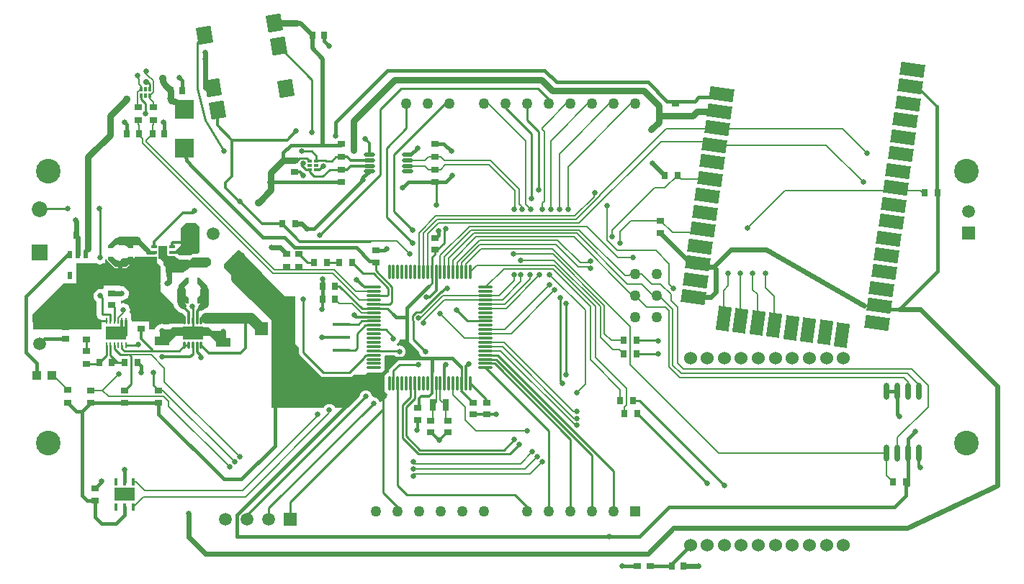
<source format=gtl>
%FSLAX44Y44*%
%MOMM*%
G71*
G01*
G75*
G04 Layer_Physical_Order=1*
G04 Layer_Color=255*
%ADD10C,0.7620*%
%ADD11R,0.3000X0.4900*%
%ADD12R,0.3000X0.5200*%
%ADD13R,0.4900X0.3000*%
%ADD14R,0.5200X0.3000*%
%ADD15R,0.7000X0.9000*%
%ADD16R,1.7000X1.1000*%
%ADD17R,0.2500X0.7000*%
%ADD18R,2.3800X1.6500*%
%ADD19O,1.7500X0.3000*%
%ADD20O,0.3000X1.7500*%
G04:AMPARAMS|DCode=21|XSize=1.524mm|YSize=2.8448mm|CornerRadius=0mm|HoleSize=0mm|Usage=FLASHONLY|Rotation=82.000|XOffset=0mm|YOffset=0mm|HoleType=Round|Shape=Rectangle|*
%AMROTATEDRECTD21*
4,1,4,1.3025,-0.9525,-1.5146,-0.5566,-1.3025,0.9525,1.5146,0.5566,1.3025,-0.9525,0.0*
%
%ADD21ROTATEDRECTD21*%

G04:AMPARAMS|DCode=22|XSize=1.524mm|YSize=2.8448mm|CornerRadius=0mm|HoleSize=0mm|Usage=FLASHONLY|Rotation=352.000|XOffset=0mm|YOffset=0mm|HoleType=Round|Shape=Rectangle|*
%AMROTATEDRECTD22*
4,1,4,-0.9525,-1.3025,-0.5566,1.5146,0.9525,1.3025,0.5566,-1.5146,-0.9525,-1.3025,0.0*
%
%ADD22ROTATEDRECTD22*%

%ADD23R,2.0000X0.4000*%
%ADD24O,1.3500X0.4500*%
%ADD25O,0.7000X2.0000*%
%ADD26R,0.8500X0.7000*%
%ADD27R,0.9000X0.8000*%
%ADD28R,0.4500X0.8500*%
%ADD29R,2.4000X1.5000*%
%ADD30R,0.7000X0.3000*%
%ADD31R,1.0000X1.6000*%
%ADD32O,0.2800X0.8500*%
%ADD33R,2.4000X1.6500*%
%ADD34C,0.4000*%
%ADD35R,0.9000X0.7000*%
%ADD36R,0.5500X0.9500*%
%ADD37R,0.7000X1.4000*%
%ADD38R,1.0000X1.0000*%
%ADD39R,0.8000X0.9000*%
%ADD40R,2.3000X2.3000*%
G04:AMPARAMS|DCode=41|XSize=2mm|YSize=1.75mm|CornerRadius=0mm|HoleSize=0mm|Usage=FLASHONLY|Rotation=279.640|XOffset=0mm|YOffset=0mm|HoleType=Round|Shape=Rectangle|*
%AMROTATEDRECTD41*
4,1,4,-1.0301,0.8394,0.6952,1.1324,1.0301,-0.8394,-0.6952,-1.1324,-1.0301,0.8394,0.0*
%
%ADD41ROTATEDRECTD41*%

%ADD42C,0.1905*%
%ADD43C,0.4064*%
%ADD44C,0.2032*%
%ADD45C,0.6096*%
%ADD46C,0.3048*%
%ADD47C,0.2540*%
%ADD48C,1.0160*%
%ADD49C,0.5080*%
%ADD50C,1.2700*%
%ADD51C,0.3556*%
%ADD52R,0.7000X0.2800*%
%ADD53C,2.9000*%
%ADD54C,1.5000*%
%ADD55R,1.5000X1.5000*%
%ADD56R,1.5000X1.5000*%
%ADD57C,1.5240*%
%ADD58C,1.2700*%
%ADD59R,1.2700X1.2700*%
%ADD60R,1.8500X1.8500*%
%ADD61C,1.8500*%
%ADD62C,0.6350*%
%ADD63C,0.5000*%
%ADD64C,0.9000*%
%ADD65C,0.7000*%
G36*
X-365000Y34576D02*
D01*
X-361798Y34575D01*
X-361800Y34576D01*
X-361797Y34575D01*
X-361798D01*
X-361797Y34575D01*
X-352996Y25772D01*
X-352997Y25775D01*
X-352996Y25772D01*
X-352996D01*
X-352996Y25772D01*
Y25772D01*
X-352996Y25772D01*
X-352997Y13370D01*
X-352997Y13369D01*
X-361800Y4568D01*
X-361800Y4568D01*
X-365004Y4572D01*
X-365000Y4568D01*
X-365000D01*
X-365003Y4569D01*
X-365004Y4572D01*
X-365004D01*
D01*
X-365002Y10907D01*
X-365004Y10912D01*
X-365003Y10915D01*
X-365002Y10915D01*
Y10914D01*
X-365002Y10915D01*
X-365002Y10914D01*
Y10907D01*
X-364980Y10873D01*
X-364979Y10873D01*
X-365002Y10914D01*
Y10914D01*
X-364958Y10841D01*
X-362871Y12443D01*
X-361268Y14531D01*
X-360261Y16962D01*
X-359918Y19572D01*
X-360261Y22181D01*
X-361268Y24613D01*
X-362871Y26701D01*
X-364958Y28303D01*
X-364990Y28253D01*
X-364990Y28253D01*
X-365002Y28229D01*
X-365002Y28229D01*
X-365003Y28229D01*
X-365004Y28232D01*
X-365002Y28229D01*
X-365002Y28229D01*
X-365004Y28232D01*
X-365000Y34576D01*
X-365004Y34572D01*
X-365003Y34575D01*
X-365000Y34576D01*
Y34576D01*
D02*
G37*
G36*
X-374997Y34575D02*
X-374996Y34572D01*
X-374996D01*
D01*
X-374999Y28236D01*
X-375036Y28296D01*
X-375037Y28295D01*
X-374999Y28229D01*
Y28236D01*
X-374996Y28232D01*
Y28232D01*
X-374997Y28229D01*
X-374999Y28229D01*
Y28229D01*
X-374998Y28229D01*
X-374999Y28229D01*
D01*
X-375042Y28303D01*
X-377129Y26701D01*
X-378732Y24613D01*
X-379739Y22181D01*
X-380083Y19572D01*
X-379739Y16962D01*
X-378732Y14531D01*
X-377129Y12443D01*
X-375042Y10841D01*
X-375021Y10873D01*
X-375021Y10873D01*
X-374998Y10915D01*
X-374996Y10912D01*
X-375000Y4568D01*
X-374996Y4572D01*
X-374997Y4569D01*
X-375000Y4568D01*
Y4568D01*
D01*
X-378202Y4569D01*
X-378200Y4568D01*
X-378203Y4569D01*
X-378202D01*
X-378203Y4569D01*
X-387004Y13372D01*
X-387003Y13369D01*
X-387005Y13372D01*
X-387005Y13372D01*
X-387004Y13372D01*
X-387003Y25774D01*
X-387004Y25772D01*
X-387003Y25775D01*
Y25774D01*
X-387003Y25775D01*
X-378200Y34576D01*
X-378203Y34575D01*
X-378200Y34576D01*
X-378200Y34576D01*
X-378200Y34576D01*
X-374996Y34572D01*
X-375000Y34576D01*
X-374997Y34575D01*
D02*
G37*
G36*
X-398526Y60233D02*
X-391414D01*
X-386080Y55936D01*
X-374650D01*
X-374142Y55527D01*
X-370840Y58187D01*
X-351028D01*
X-350012Y57369D01*
X-348234Y55936D01*
Y50412D01*
X-353314Y46320D01*
X-373888D01*
X-376428Y44274D01*
X-381254Y40386D01*
X-402082D01*
Y47547D01*
X-404622Y49593D01*
Y50821D01*
Y53686D01*
X-409168Y57347D01*
Y58618D01*
X-408940Y58801D01*
X-405892D01*
X-401320Y62484D01*
X-398526Y60233D01*
D02*
G37*
G36*
X-439997Y59575D02*
X-439996Y59572D01*
X-439996D01*
X-440000Y59576D01*
X-439997Y59575D01*
D02*
G37*
G36*
X-412242Y52578D02*
X-408178Y48514D01*
Y44196D01*
Y29192D01*
X-408376Y27686D01*
X-408178Y26180D01*
Y18288D01*
X-392717Y2827D01*
X-392631Y2173D01*
X-391735Y11D01*
X-390311Y-1847D01*
X-387594Y-4563D01*
X-385737Y-5987D01*
X-383636Y-6858D01*
X-382778D01*
X-378714Y-10922D01*
X-381000Y-13208D01*
Y-19812D01*
X-396494D01*
X-397097Y-19209D01*
X-397613Y-19422D01*
X-398882Y-20396D01*
X-403042D01*
X-404245Y-19898D01*
X-406400Y-19614D01*
X-408555Y-19898D01*
X-410563Y-20729D01*
X-412288Y-22053D01*
X-413611Y-23777D01*
X-414443Y-25785D01*
X-414526Y-26416D01*
X-421204D01*
Y-17708D01*
X-421640Y-17272D01*
Y-16700D01*
X-440364D01*
Y-16700D01*
X-441817D01*
X-442089Y-16428D01*
X-442316Y-14704D01*
X-442420Y-14453D01*
Y-7848D01*
X-442677D01*
X-444088Y-5736D01*
X-444077Y-5711D01*
X-443794Y-3556D01*
X-444077Y-1401D01*
X-444909Y607D01*
X-446232Y2332D01*
X-447957Y3655D01*
X-449965Y4487D01*
X-452120Y4770D01*
X-453510Y4587D01*
X-453977Y4996D01*
Y7536D01*
X-453510Y7946D01*
X-453390Y7930D01*
X-451235Y8213D01*
X-449227Y9045D01*
X-447503Y10368D01*
X-446179Y12093D01*
X-445348Y14101D01*
X-445064Y16256D01*
X-445348Y18411D01*
X-446179Y20419D01*
X-447503Y22143D01*
X-449227Y23467D01*
X-451235Y24299D01*
X-453390Y24582D01*
X-453752Y24534D01*
X-455420Y24754D01*
Y25652D01*
X-474580D01*
Y22947D01*
X-476490Y21273D01*
X-478536Y21542D01*
X-480691Y21258D01*
X-482699Y20427D01*
X-484424Y19103D01*
X-485747Y17379D01*
X-486579Y15371D01*
X-486862Y13216D01*
X-486579Y11061D01*
X-485747Y9053D01*
X-484424Y7329D01*
X-483224Y6408D01*
Y-8678D01*
X-482732Y-11156D01*
X-481328Y-13256D01*
X-479228Y-14660D01*
X-476980Y-15107D01*
Y-17098D01*
X-476980D01*
Y-26416D01*
X-557276D01*
X-558546Y-8890D01*
X-521914Y27742D01*
X-506670D01*
Y47402D01*
X-506730D01*
Y51308D01*
X-483086D01*
X-481453Y50631D01*
X-479298Y50348D01*
X-477143Y50631D01*
X-475510Y51308D01*
X-472948D01*
Y56179D01*
X-471892Y56884D01*
X-471653Y56785D01*
X-471653Y56374D01*
X-471653Y56373D01*
X-471654Y56372D01*
X-471561Y56147D01*
X-471586Y55907D01*
X-471586Y55906D01*
X-471580Y55898D01*
X-471581Y55889D01*
X-471580Y55886D01*
X-471531Y55826D01*
X-471531Y55748D01*
X-471530Y55745D01*
X-471297Y55509D01*
X-471172Y55207D01*
X-471171Y55207D01*
X-471171Y55205D01*
X-471170Y55205D01*
X-462370Y46403D01*
X-462369Y46403D01*
X-462135Y46306D01*
X-461975Y46111D01*
X-461974Y46111D01*
X-461973Y46111D01*
X-461973Y46110D01*
X-461970Y46109D01*
X-461887Y46101D01*
X-461827Y46042D01*
X-461824Y46041D01*
X-461500Y46042D01*
X-461203Y45919D01*
X-461203D01*
X-448802Y45919D01*
X-448800Y45918D01*
X-448766Y45932D01*
X-448731Y45919D01*
X-448466Y46042D01*
X-448176Y46041D01*
X-448173Y46042D01*
X-448119Y46096D01*
X-448042Y46102D01*
X-448039Y46104D01*
X-447872Y46302D01*
X-447634Y46401D01*
Y46401D01*
D01*
X-447634Y46401D01*
D01*
D01*
X-447633Y46402D01*
Y46402D01*
X-438831Y55202D01*
X-438831Y55203D01*
X-438734Y55437D01*
X-438540Y55598D01*
X-438539Y55598D01*
X-438539Y55599D01*
X-438539Y55599D01*
X-438537Y55602D01*
X-438530Y55685D01*
X-438470Y55745D01*
X-438469Y55748D01*
X-438470Y56072D01*
X-438348Y56369D01*
Y56369D01*
X-438347Y59436D01*
X-412242D01*
Y52578D01*
D02*
G37*
G36*
X-115769Y-40181D02*
X-114590Y-41946D01*
X-103762Y-52773D01*
X-103573Y-54214D01*
X-102843Y-55975D01*
X-101683Y-57487D01*
X-100171Y-58647D01*
X-99542Y-58908D01*
X-99471Y-59252D01*
X-99987Y-59924D01*
X-101385Y-61080D01*
X-102758Y-60511D01*
X-104648Y-60263D01*
X-106538Y-60511D01*
X-108299Y-61241D01*
X-109452Y-62126D01*
X-126572D01*
X-126738Y-59591D01*
X-125110Y-59377D01*
X-123349Y-58647D01*
X-121837Y-57487D01*
X-120677Y-55975D01*
X-119947Y-54214D01*
X-119699Y-52324D01*
X-119947Y-50434D01*
X-120677Y-48673D01*
X-121837Y-47161D01*
X-123349Y-46001D01*
X-125110Y-45271D01*
X-127000Y-45023D01*
X-128854Y-45267D01*
X-129826Y-42920D01*
X-128949Y-42247D01*
X-127789Y-40735D01*
X-127059Y-38974D01*
X-126987Y-38426D01*
X-116118D01*
X-115769Y-40181D01*
D02*
G37*
G36*
X-261824Y12373D02*
X-249588D01*
Y-42552D01*
X-249089Y-43068D01*
X-245215Y-47068D01*
Y-53340D01*
X-244801Y-55421D01*
X-243622Y-57186D01*
X-220254Y-80554D01*
X-218489Y-81733D01*
X-216408Y-82147D01*
X-185928D01*
X-183847Y-81733D01*
X-182083Y-80554D01*
X-180697Y-79169D01*
X-167431D01*
X-165227Y-76892D01*
X-164440Y-77049D01*
X-149940D01*
X-147769Y-76617D01*
X-145929Y-75388D01*
X-144699Y-73547D01*
X-144267Y-71376D01*
X-144699Y-69205D01*
X-144919Y-68876D01*
X-144699Y-68547D01*
X-144267Y-66376D01*
X-144699Y-64205D01*
X-144919Y-63876D01*
X-144699Y-63547D01*
X-144267Y-61376D01*
X-144699Y-59205D01*
X-144799Y-59055D01*
X-143602Y-56814D01*
X-132679D01*
X-132163Y-57487D01*
X-130651Y-58647D01*
X-128890Y-59377D01*
X-127167Y-59604D01*
X-127084Y-62142D01*
X-129081Y-62540D01*
X-130846Y-63719D01*
X-137786Y-70658D01*
X-138965Y-72423D01*
X-139379Y-74504D01*
Y-76790D01*
X-141111Y-77135D01*
X-142951Y-78365D01*
X-144181Y-80205D01*
X-144613Y-82376D01*
Y-96876D01*
X-144181Y-99047D01*
X-142951Y-100887D01*
X-141152Y-102090D01*
X-141136Y-102241D01*
X-141796Y-105559D01*
X-147011Y-110944D01*
X-150427Y-111394D01*
X-151157Y-109633D01*
X-152317Y-108121D01*
X-153829Y-106961D01*
X-155590Y-106231D01*
X-157480Y-105983D01*
X-159323Y-105156D01*
X-159323Y-105156D01*
Y-105156D01*
X-159323D01*
D01*
X-159571Y-103266D01*
X-160301Y-101505D01*
X-161461Y-99993D01*
X-162973Y-98833D01*
X-164734Y-98103D01*
X-166624Y-97855D01*
X-168514Y-98103D01*
X-170275Y-98833D01*
X-171787Y-99993D01*
X-172947Y-101505D01*
X-173677Y-103266D01*
X-173866Y-104707D01*
X-187523Y-118364D01*
X-202723D01*
X-202973Y-117761D01*
X-204133Y-116249D01*
X-205645Y-115089D01*
X-207406Y-114359D01*
X-209296Y-114111D01*
X-211186Y-114359D01*
X-212947Y-115089D01*
X-214459Y-116249D01*
X-215619Y-117761D01*
X-215869Y-118364D01*
X-277307D01*
Y-9545D01*
X-301779Y15726D01*
X-332994Y45638D01*
Y50279D01*
X-317034Y66761D01*
X-314494D01*
X-261824Y12373D01*
D02*
G37*
G36*
X-361800Y4568D02*
X-361800Y4568D01*
X-361797Y4569D01*
X-361800Y4568D01*
D02*
G37*
G36*
X-352997Y13369D02*
Y13370D01*
X-352996Y13372D01*
X-352997Y13369D01*
D02*
G37*
G36*
X-374997Y10915D02*
X-374996Y10912D01*
Y10912D01*
X-374998Y10915D01*
X-374998Y10915D01*
X-374999Y10915D01*
X-374997Y10915D01*
D02*
G37*
G36*
X-446343Y59574D02*
X-446343Y59574D01*
X-446340Y59576D01*
X-439996Y59572D01*
D01*
X-439997Y56370D01*
X-439996Y56372D01*
X-439997Y56369D01*
Y56370D01*
X-439997Y56369D01*
X-448800Y47568D01*
X-448797Y47569D01*
X-448800Y47568D01*
X-448800Y47568D01*
X-448800Y47568D01*
X-461202Y47569D01*
X-461200Y47568D01*
X-461203Y47569D01*
X-461202D01*
X-461203Y47569D01*
X-470004Y56371D01*
X-470003Y56369D01*
X-470004Y56372D01*
X-470004Y56371D01*
X-470004Y56372D01*
X-470000Y59576D01*
X-470004Y59572D01*
X-470003Y59575D01*
X-470000Y59576D01*
Y59576D01*
D01*
X-463664Y59573D01*
X-463660Y59576D01*
X-463660D01*
X-463657Y59575D01*
X-463657Y59573D01*
X-463658D01*
X-463731Y59530D01*
X-462129Y57443D01*
X-460041Y55840D01*
X-457610Y54833D01*
X-455000Y54489D01*
X-452391Y54833D01*
X-449959Y55840D01*
X-447871Y57443D01*
X-446269Y59530D01*
X-446301Y59551D01*
X-446301Y59551D01*
X-446343Y59574D01*
X-446343Y59573D01*
X-446343Y59575D01*
X-446340Y59576D01*
X-446340D01*
X-446343Y59574D01*
D02*
G37*
G36*
X-470003Y72774D02*
X-470004Y72772D01*
X-470003Y72775D01*
Y72774D01*
D02*
G37*
G36*
X-461200Y81576D02*
X-448798Y81575D01*
X-448797Y81575D01*
X-439996Y72772D01*
X-439996Y72772D01*
X-440000Y69568D01*
D01*
X-446336Y69570D01*
X-446301Y69592D01*
X-446301Y69593D01*
X-446342Y69570D01*
X-446342D01*
X-446343Y69570D01*
X-446342Y69570D01*
X-446336D01*
X-446340Y69568D01*
X-446343Y69569D01*
X-446343Y69570D01*
X-446342D01*
X-446269Y69614D01*
X-447871Y71701D01*
X-449959Y73304D01*
X-452391Y74311D01*
X-455000Y74654D01*
X-457610Y74311D01*
X-460041Y73304D01*
X-462129Y71701D01*
X-463731Y69614D01*
X-463681Y69582D01*
X-463681Y69582D01*
X-463657Y69570D01*
X-463660Y69568D01*
X-470004Y69572D01*
D01*
X-470003Y72774D01*
X-470003Y72775D01*
X-461200Y81576D01*
X-461203Y81575D01*
X-461200Y81576D01*
X-461200Y81576D01*
D02*
G37*
G36*
X-439996Y72772D02*
X-439996Y72772D01*
X-439997Y72775D01*
X-439996Y72772D01*
D02*
G37*
G36*
X-461200Y81576D02*
X-461200D01*
Y81576D01*
X-461200Y81576D01*
D02*
G37*
G36*
X-448797Y81575D02*
X-448798D01*
X-448800Y81576D01*
X-448797Y81575D01*
D02*
G37*
G36*
X-463657Y69569D02*
X-463660Y69568D01*
X-463657Y69570D01*
X-463657Y69570D01*
X-463657Y69570D01*
X-463657Y69569D01*
D02*
G37*
G36*
X-362204Y94488D02*
Y65278D01*
X-364490Y62992D01*
X-370078D01*
X-372364Y60706D01*
X-385826D01*
X-388112Y62992D01*
X-397256D01*
X-397438Y65362D01*
X-396576Y66294D01*
X-391160D01*
X-384302Y73152D01*
Y73914D01*
Y93218D01*
X-384048Y93472D01*
X-378206Y99314D01*
X-367030D01*
X-362204Y94488D01*
D02*
G37*
G36*
X-439996Y69572D02*
X-439997Y69569D01*
X-440000Y69568D01*
Y69568D01*
X-439996Y69572D01*
Y69572D01*
D02*
G37*
G36*
X-470004Y69572D02*
X-470000Y69568D01*
X-470003Y69569D01*
X-470004Y69572D01*
X-470004D01*
D02*
G37*
%LPC*%
G36*
X-463657Y59574D02*
X-463658Y59573D01*
X-463664D01*
X-463724Y59536D01*
X-463723Y59535D01*
X-463658Y59573D01*
D01*
X-463657Y59574D01*
D02*
G37*
%LPD*%
D10*
X-386465Y238964D02*
G03*
X-395000Y242500I-8536J-8536D01*
G01*
X-396276Y245581D02*
G03*
X-395000Y242500I4357J0D01*
G01*
X-405356Y269268D02*
G03*
X-401764Y260596I12264J0D01*
G01*
X-451792Y54572D02*
X-419000D01*
X-321056Y33020D02*
Y58420D01*
Y33020D02*
X-264200Y-23836D01*
Y-25428D02*
Y-23836D01*
X-278130Y158496D02*
X-263510Y173116D01*
X-249936D01*
X-383970Y4494D02*
X-381254Y1778D01*
X-292862Y123190D02*
X-278130Y137922D01*
Y147072D01*
Y158496D01*
X-493000Y68794D02*
Y84572D01*
X-360172Y-165D02*
X-356538Y3469D01*
X40000Y267500D02*
X52500Y255000D01*
X168656Y208788D02*
X177740Y217872D01*
X178240Y225500D02*
X197500D01*
X177740Y225000D02*
X178240Y225500D01*
X177740Y217872D02*
Y225000D01*
Y237260D01*
X197500Y225500D02*
X218000D01*
X223017Y230517D01*
X249079D01*
X52500Y255000D02*
X160000D01*
X177740Y237260D01*
X-132500Y267500D02*
X40000D01*
X-493000Y84572D02*
Y177000D01*
X-467500Y202500D01*
Y225412D01*
X-448028Y244884D01*
X-386464Y238964D02*
X-380000Y232500D01*
X-401764Y260596D02*
X-396276Y255108D01*
Y245581D02*
Y255108D01*
X-273934Y334480D02*
X-247500D01*
X-180848Y184658D02*
Y219152D01*
X-132500Y267500D01*
X-321056Y58420D02*
X-320136Y57500D01*
X-312500D01*
D11*
X-430676Y249162D02*
D03*
Y256862D02*
D03*
X-420676Y249162D02*
D03*
X-425676D02*
D03*
Y256862D02*
D03*
D12*
X-420676D02*
D03*
D13*
X-224750Y162132D02*
D03*
X-232450D02*
D03*
X-224750Y172132D02*
D03*
Y167132D02*
D03*
X-232450D02*
D03*
D14*
Y172132D02*
D03*
D15*
X-450000Y-65428D02*
D03*
X-435000D02*
D03*
X200000Y155000D02*
D03*
X185000D02*
D03*
X-480000Y-65428D02*
D03*
X-465000D02*
D03*
X490340Y134620D02*
D03*
X505340D02*
D03*
X468628Y-205740D02*
D03*
X453628D02*
D03*
X151772Y-39116D02*
D03*
X136772D02*
D03*
X151772Y-55372D02*
D03*
X136772D02*
D03*
X132708Y-110236D02*
D03*
X147708D02*
D03*
X137788Y-125476D02*
D03*
X152788D02*
D03*
X-197500Y52500D02*
D03*
X-182500D02*
D03*
X-212500D02*
D03*
X-227500D02*
D03*
X-264548Y98044D02*
D03*
X-249548D02*
D03*
D16*
X-334264Y-14440D02*
D03*
Y-41440D02*
D03*
X-406400Y-12408D02*
D03*
Y-39408D02*
D03*
D17*
X-448750Y-16428D02*
D03*
X-453250D02*
D03*
X-457750D02*
D03*
X-462250D02*
D03*
X-448750Y-44428D02*
D03*
X-453250D02*
D03*
X-457750D02*
D03*
X-462250D02*
D03*
X-466750Y-16428D02*
D03*
X-471250D02*
D03*
X-466750Y-44428D02*
D03*
X-471250D02*
D03*
D18*
X-460000Y-30428D02*
D03*
D19*
X-25690Y18624D02*
D03*
Y23624D02*
D03*
Y3624D02*
D03*
Y13624D02*
D03*
Y8624D02*
D03*
Y-21376D02*
D03*
Y-16376D02*
D03*
Y-26376D02*
D03*
Y-6376D02*
D03*
Y-1376D02*
D03*
Y-11376D02*
D03*
Y-31376D02*
D03*
Y-41376D02*
D03*
Y-36376D02*
D03*
Y-66376D02*
D03*
Y-61376D02*
D03*
Y-71376D02*
D03*
Y-51376D02*
D03*
Y-46376D02*
D03*
Y-56376D02*
D03*
X-157190Y23624D02*
D03*
Y-6376D02*
D03*
Y-1376D02*
D03*
Y-11376D02*
D03*
Y13624D02*
D03*
Y3624D02*
D03*
Y-36376D02*
D03*
Y-31376D02*
D03*
Y-41376D02*
D03*
Y-21376D02*
D03*
Y-16376D02*
D03*
Y-26376D02*
D03*
Y-56376D02*
D03*
Y-51376D02*
D03*
Y-46376D02*
D03*
Y-66376D02*
D03*
Y-61376D02*
D03*
Y-71376D02*
D03*
Y18624D02*
D03*
Y8624D02*
D03*
D20*
X-43940Y41874D02*
D03*
X-48940D02*
D03*
X-58940D02*
D03*
X-63940D02*
D03*
X-53940D02*
D03*
X-73940D02*
D03*
X-78940D02*
D03*
X-68940D02*
D03*
X-83940D02*
D03*
X-88940D02*
D03*
X-93940D02*
D03*
X-98940D02*
D03*
X-78940Y-89626D02*
D03*
X-83940D02*
D03*
X-73940D02*
D03*
X-93940D02*
D03*
X-98940D02*
D03*
X-88940D02*
D03*
X-48940D02*
D03*
X-53940D02*
D03*
X-43940D02*
D03*
X-63940D02*
D03*
X-68940D02*
D03*
X-58940D02*
D03*
X-113940Y41874D02*
D03*
X-118940D02*
D03*
X-103940D02*
D03*
X-108940D02*
D03*
X-138940D02*
D03*
X-123940D02*
D03*
X-128940D02*
D03*
X-133940D02*
D03*
X-108940Y-89626D02*
D03*
X-113940D02*
D03*
X-103940D02*
D03*
X-123940D02*
D03*
X-128940D02*
D03*
X-118940D02*
D03*
X-133940D02*
D03*
X-138940D02*
D03*
D21*
X476313Y279634D02*
D03*
X473520Y259764D02*
D03*
X470727Y239893D02*
D03*
X467935Y220022D02*
D03*
X465142Y200152D02*
D03*
X462349Y180281D02*
D03*
X459557Y160410D02*
D03*
X456764Y140539D02*
D03*
X453971Y120669D02*
D03*
X451179Y100798D02*
D03*
X448386Y80927D02*
D03*
X445593Y61056D02*
D03*
X442801Y41186D02*
D03*
X440008Y21315D02*
D03*
X437215Y1444D02*
D03*
X434423Y-18427D02*
D03*
X251872Y250388D02*
D03*
X249079Y230517D02*
D03*
X246287Y210646D02*
D03*
X243494Y190776D02*
D03*
X240701Y170905D02*
D03*
X237909Y151034D02*
D03*
X235116Y131164D02*
D03*
X232323Y111293D02*
D03*
X229531Y91422D02*
D03*
X226738Y71551D02*
D03*
X223946Y51681D02*
D03*
X221153Y31810D02*
D03*
X218360Y11939D02*
D03*
D22*
X353440Y-27052D02*
D03*
X373311Y-29844D02*
D03*
X333570Y-24259D02*
D03*
X393182Y-32637D02*
D03*
X254087Y-13089D02*
D03*
X293828Y-18674D02*
D03*
X313699Y-21467D02*
D03*
X273958Y-15881D02*
D03*
D23*
X-195000Y-20428D02*
D03*
Y-50428D02*
D03*
Y-35428D02*
D03*
D24*
X-117750Y172822D02*
D03*
Y179322D02*
D03*
Y166322D02*
D03*
Y159822D02*
D03*
X-162250Y179322D02*
D03*
Y166322D02*
D03*
Y172822D02*
D03*
Y159822D02*
D03*
D25*
X484050Y-99178D02*
D03*
X471350D02*
D03*
X458650D02*
D03*
X445950D02*
D03*
X484050Y-171678D02*
D03*
X458650D02*
D03*
X445950D02*
D03*
X471350D02*
D03*
D26*
X167750Y-305000D02*
D03*
X152250D02*
D03*
D27*
X-378206Y64404D02*
D03*
Y50404D02*
D03*
X-465000Y2572D02*
D03*
Y16572D02*
D03*
X-70000Y-133428D02*
D03*
Y-147428D02*
D03*
X197500Y225500D02*
D03*
Y239500D02*
D03*
X-90000Y-133428D02*
D03*
Y-147428D02*
D03*
X-485000Y-227428D02*
D03*
Y-213428D02*
D03*
X-520000Y-23428D02*
D03*
Y-37428D02*
D03*
X-249936Y173116D02*
D03*
Y159116D02*
D03*
X-40640Y-112380D02*
D03*
Y-126380D02*
D03*
X-24384Y-126380D02*
D03*
Y-112380D02*
D03*
X-105664Y-118476D02*
D03*
Y-132476D02*
D03*
X-85000Y67572D02*
D03*
Y81572D02*
D03*
X-155000Y66572D02*
D03*
Y52572D02*
D03*
D28*
X-440000Y-205928D02*
D03*
X-450000D02*
D03*
X-440000Y-234928D02*
D03*
X-450000D02*
D03*
X-460000Y-205928D02*
D03*
Y-234928D02*
D03*
D29*
X-450000Y-220428D02*
D03*
D30*
X-394500Y71072D02*
D03*
Y64572D02*
D03*
Y58072D02*
D03*
X-415500Y71072D02*
D03*
Y64572D02*
D03*
Y58072D02*
D03*
D31*
X-405000Y64572D02*
D03*
D32*
X-360000Y-15678D02*
D03*
X-365000D02*
D03*
X-370000D02*
D03*
X-375000Y-45178D02*
D03*
X-365000D02*
D03*
X-360000D02*
D03*
X-370000D02*
D03*
X-380000Y-15678D02*
D03*
X-375000D02*
D03*
X-380000Y-45178D02*
D03*
D33*
X-370000Y-30428D02*
D03*
D34*
X-455000Y78034D02*
D03*
Y51364D02*
D03*
X-383208Y19572D02*
D03*
X-356538D02*
D03*
D35*
X-245000Y47500D02*
D03*
Y62500D02*
D03*
X-495000Y-22928D02*
D03*
Y-37928D02*
D03*
X180000Y87072D02*
D03*
Y102072D02*
D03*
X-433804Y235112D02*
D03*
Y220112D02*
D03*
X-495300Y-51428D02*
D03*
Y-66428D02*
D03*
X-490000Y-112928D02*
D03*
Y-97928D02*
D03*
X-450000Y-112928D02*
D03*
Y-97928D02*
D03*
X-410000Y-112928D02*
D03*
Y-97928D02*
D03*
X-517144Y-97656D02*
D03*
Y-112656D02*
D03*
X-430784Y-10280D02*
D03*
Y-25280D02*
D03*
X-416532Y235112D02*
D03*
Y220112D02*
D03*
X-195000Y147072D02*
D03*
Y162072D02*
D03*
X-195000Y192072D02*
D03*
Y177072D02*
D03*
X-85000Y192072D02*
D03*
Y177072D02*
D03*
X-85000Y147072D02*
D03*
Y162072D02*
D03*
X-260000Y47500D02*
D03*
Y62500D02*
D03*
D36*
X-495500Y61572D02*
D03*
X-505000D02*
D03*
X-514500D02*
D03*
X-495500Y37572D02*
D03*
X-514500D02*
D03*
D37*
X-72500Y-115428D02*
D03*
X-87500D02*
D03*
D38*
X-536076Y-80772D02*
D03*
X-553076D02*
D03*
D39*
X193000Y-305000D02*
D03*
X207000D02*
D03*
X-403404Y204012D02*
D03*
X-447404Y204012D02*
D03*
X-412000Y39572D02*
D03*
X-398000D02*
D03*
X-493000Y84572D02*
D03*
X-507000D02*
D03*
X-396276Y255108D02*
D03*
X-382276D02*
D03*
X-229500Y320000D02*
D03*
X-215500D02*
D03*
X-217000Y25000D02*
D03*
X-203000D02*
D03*
X-217000Y9572D02*
D03*
X-203000D02*
D03*
X-417404Y204012D02*
D03*
X-433404Y204012D02*
D03*
D40*
X-380000Y232500D02*
D03*
Y187500D02*
D03*
D41*
X-273934Y334480D02*
D03*
X-269329Y307368D02*
D03*
X-260873Y257581D02*
D03*
X-356255Y320497D02*
D03*
X-341268Y232261D02*
D03*
X-345622Y257894D02*
D03*
D42*
X-427500Y277500D02*
X-426247Y276250D01*
X-422920Y272932D01*
X-420676Y245740D02*
Y249162D01*
Y245740D02*
X-416612Y241676D01*
X-416404D01*
Y236512D02*
Y241676D01*
X-434652Y237760D02*
X-433404Y236512D01*
X-435160Y245476D02*
X-435034Y245349D01*
X-434652Y237760D02*
Y242020D01*
X-435034Y242402D02*
X-434652Y242020D01*
X-435034Y242402D02*
Y245349D01*
X-435160Y245476D02*
Y252848D01*
X-433412Y254596D01*
X-432942D01*
X-430676Y256862D01*
X-420676Y249162D02*
X-416699Y253138D01*
Y266712D01*
X-422920Y272932D02*
X-416699Y266712D01*
X-425000Y195000D02*
X-273810Y43810D01*
X-275388Y40000D02*
X-205388D01*
X-425000Y195000D02*
Y196416D01*
X-417404Y204012D01*
X-428810Y193422D02*
X-275388Y40000D01*
X-428810Y193422D02*
Y197994D01*
X-178624Y18624D02*
X-157190D01*
X-417404Y204012D02*
Y214023D01*
X-416532Y214895D01*
Y220112D01*
X-433404Y204012D02*
Y214494D01*
X-433804Y214895D02*
Y220112D01*
Y214895D02*
X-433404Y214494D01*
Y202588D02*
Y204012D01*
Y202588D02*
X-428810Y197994D01*
X-430676Y256862D02*
Y259724D01*
X-433476Y262524D02*
X-430676Y259724D01*
X-433476Y262524D02*
Y267475D01*
X-435000Y272500D02*
X-433476Y267475D01*
X-174012Y8624D02*
X-157190D01*
X-205388Y40000D02*
X-174012Y8624D01*
X-203810Y43810D02*
X-178624Y18624D01*
X-273810Y43810D02*
X-245000D01*
X-203810D01*
D43*
X-217170Y33274D02*
X-217000Y33104D01*
Y25000D02*
Y33104D01*
X-217000Y9572D02*
X-217000Y9572D01*
Y25000D01*
X-131064Y-11684D02*
X-117856D01*
X-134112Y-8636D02*
X-131064Y-11684D01*
X-550000Y-17728D02*
Y-16928D01*
X-520000Y-23428D02*
X-498000D01*
X-455000Y51364D02*
X-451792Y54572D01*
X-396276Y255108D02*
Y258156D01*
X-164592Y-86868D02*
X-155448D01*
X-88940Y-75144D02*
Y-60920D01*
X-65151Y-60325D02*
X-54864Y-70612D01*
X-155448Y-86868D02*
X-128905Y-60325D01*
X-65151D01*
X-229616Y-86868D02*
X-164592D01*
X-410000Y-125940D02*
Y-112928D01*
X-490000D02*
X-450000D01*
X-410000D01*
X-499872Y-122800D02*
X-490000Y-112928D01*
X-499872Y-221996D02*
Y-122800D01*
X-507000D02*
X-499872D01*
X-517144Y-112656D02*
X-507000Y-122800D01*
X-553076Y-80772D02*
Y-66176D01*
X-565912Y-53340D02*
X-553076Y-66176D01*
X-550000Y-17728D02*
X-544300Y-23428D01*
X-520000D01*
X-550000Y-43128D02*
X-544300Y-37428D01*
X-520000D01*
X-565912Y-53340D02*
Y12700D01*
X-517040Y61572D01*
X-514500D01*
X445950Y-99178D02*
X458650D01*
Y-126046D02*
Y-99178D01*
Y-126046D02*
X461128Y-128524D01*
X471350Y-171678D02*
Y-154878D01*
X-85000Y192072D02*
X-74724D01*
X-66040Y183388D01*
X-72892Y147072D02*
X-65024Y154940D01*
X-85000Y147072D02*
X-72892D01*
X-116580D02*
X-85000D01*
X-122936Y140716D02*
X-116580Y147072D01*
X-169672Y149860D02*
Y152908D01*
X-165608Y156972D01*
X-227584Y91948D02*
X-169672Y149860D01*
X-235712Y91948D02*
X-227584D01*
X-333248Y-202692D02*
X-312928D01*
X-419000Y46572D02*
Y54572D01*
Y46572D02*
X-412000Y39572D01*
X-422712Y64572D02*
X-415500D01*
X-117856Y-508D02*
X-92456Y24892D01*
X-117856Y-11684D02*
Y-508D01*
Y-60452D02*
Y-11684D01*
X-414000Y37572D02*
X-412000Y39572D01*
X-435000Y-65428D02*
X-430784Y-69644D01*
Y-76708D02*
Y-69644D01*
X-450000Y-205928D02*
Y-191604D01*
X-450088Y-191516D02*
X-450000Y-191604D01*
X-485000Y-213428D02*
X-477520Y-205948D01*
Y-204724D01*
X504952Y135008D02*
Y236220D01*
Y135008D02*
X505340Y134620D01*
Y42552D02*
Y134620D01*
X460684Y-2104D02*
X505340Y42552D01*
X434423Y-2104D02*
X460684D01*
X-499872Y-221996D02*
X-494440Y-227428D01*
X-485000D01*
Y-247028D02*
Y-227428D01*
X-410000Y-125940D02*
X-333248Y-202692D01*
X-450000Y-244260D02*
Y-234928D01*
X-485000Y-247028D02*
X-477520Y-254508D01*
X-460248D01*
X-450000Y-244260D01*
X-117750Y179322D02*
X-113794D01*
X-105664Y187452D01*
X-507000Y84572D02*
X-505000Y82572D01*
X-447404Y204012D02*
Y214796D01*
X-450060Y217452D02*
X-447404Y214796D01*
X-403404Y204012D02*
Y216516D01*
X-382276Y255108D02*
Y266508D01*
X-386052Y270284D02*
X-382276Y266508D01*
X-85000Y81572D02*
X-81407Y85165D01*
Y89916D01*
X-81280Y90043D01*
X-155000Y66572D02*
X-144248D01*
X-142240Y68580D01*
X-370000Y164572D02*
X-300000Y95000D01*
X-263510Y182006D02*
X-254694Y190822D01*
X-263510Y173116D02*
Y182006D01*
X-411236Y-11928D02*
X-381000D01*
X-280924Y147072D02*
X-278130D01*
X-195000D01*
X-492500Y34572D02*
X-477816D01*
X-475939Y36449D01*
X-467417D01*
X-465540Y34572D01*
X-461500D01*
X-495500Y61572D02*
Y66294D01*
X-312928Y-202692D02*
X-273304Y-163068D01*
Y-35052D01*
X-318008Y-244348D02*
X-181864Y-108204D01*
X471350Y-154878D02*
X479416Y-146812D01*
X471350Y-208726D02*
Y-171678D01*
X-318008Y-270000D02*
Y-244348D01*
X468628Y-221372D02*
Y-205740D01*
X455000Y-235000D02*
X468628Y-221372D01*
X155000Y-270000D02*
X190000Y-235000D01*
X455000D01*
X193000Y-302000D02*
X215000Y-280000D01*
X193000Y-305000D02*
Y-302000D01*
X167750Y-305000D02*
X193000D01*
X167750Y-305000D02*
X167750Y-305000D01*
X135000Y-305000D02*
X152250D01*
X-318008Y-270000D02*
X120000D01*
X155000D01*
X43608Y278892D02*
X57500Y265000D01*
X165000D01*
X187500Y242500D01*
X237500Y247500D02*
X245000Y255000D01*
X225000Y247500D02*
X237500D01*
X220000Y242500D02*
X225000Y247500D01*
X187500Y242500D02*
X220000D01*
X-404340Y217452D02*
X-403404Y216516D01*
X-300000Y95000D02*
X-287500Y82500D01*
X-262500D01*
X-250000Y70000D01*
X-162072Y54572D02*
X-157000D01*
X-155000Y52572D01*
X-250000Y70000D02*
X-177500D01*
X-162072Y54572D01*
X-377500Y172500D02*
X-370000Y164572D01*
X-380000Y187500D02*
X-377500Y172500D01*
X-254694Y190822D02*
X-217500D01*
X-196250D01*
X-202184Y217816D02*
X-141108Y278892D01*
X-202184Y201676D02*
Y217816D01*
X-141108Y278892D02*
X43608D01*
X-215500Y313000D02*
Y320000D01*
Y313000D02*
X-210000Y307500D01*
D44*
X50800Y115316D02*
Y195707D01*
X-457750Y-12586D02*
X-452120Y-6956D01*
X16061Y116527D02*
Y119067D01*
X14029Y121099D02*
X16061Y119067D01*
X375564Y190000D02*
X418432Y147132D01*
X137788Y-117467D02*
X140208Y-115047D01*
X137788Y-125476D02*
Y-117467D01*
X140208Y-115047D02*
Y-96012D01*
X-72500Y-130928D02*
X-70000Y-133428D01*
X-72500Y-130928D02*
Y-115428D01*
X-90000Y-133428D02*
X-87500Y-130928D01*
Y-115428D02*
X-83940Y-111868D01*
Y-89626D01*
X313699Y-12500D02*
Y12395D01*
X254087Y-2500D02*
Y19895D01*
X259426Y25234D01*
X293828Y-22500D02*
Y14895D01*
X288489Y20234D02*
X293828Y14895D01*
X273958Y-15881D02*
Y39572D01*
X288489Y20234D02*
Y39572D01*
X303022Y23072D02*
Y39572D01*
X465806Y-82500D02*
X471350Y-88044D01*
Y-99178D02*
Y-88044D01*
X243494Y190776D02*
X374788D01*
X303022Y23072D02*
X313699Y12395D01*
X132708Y-110236D02*
Y-97133D01*
X99321Y-63747D02*
Y-63747D01*
X-436440Y-205928D02*
X-426468Y-215900D01*
X-440000Y-205928D02*
X-436440D01*
X-98880Y-18468D02*
Y-16076D01*
X-104807Y-12541D02*
X-102416D01*
X-87500Y-130928D02*
Y-115428D01*
X-36576Y-145796D02*
X23368D01*
X-85000Y177072D02*
X-78808D01*
X-74356Y172620D01*
X18599Y45212D02*
X27121D01*
X40640Y210947D02*
X74295Y244602D01*
X50800Y195707D02*
X99695Y244602D01*
X-21744Y167540D02*
X8949Y136847D01*
X-19640Y172620D02*
X14029Y138951D01*
X40640Y115316D02*
Y122517D01*
Y208799D02*
Y210947D01*
Y208799D02*
X43053Y206385D01*
X40640Y122517D02*
X43053Y124930D01*
X190000Y195000D02*
X241129D01*
X259426Y25234D02*
Y39572D01*
X-78940Y-108988D02*
Y-89626D01*
Y-108988D02*
X-72500Y-115428D01*
X138094Y37084D02*
X143637D01*
X282448Y92964D02*
X326475Y136991D01*
X453971D01*
X20282Y49276D02*
X25438D01*
X-48940Y41874D02*
X-48488Y42326D01*
X97536Y-61961D02*
X99321Y-63747D01*
X144272Y-67564D02*
Y-22788D01*
X49784Y38100D02*
X91440Y-3556D01*
Y-90932D02*
Y-3556D01*
X97536Y-61961D02*
Y959D01*
X103632Y-59436D02*
Y610D01*
X113792Y-30988D02*
Y1945D01*
Y-30988D02*
X121920Y-39116D01*
X136772D01*
X109481Y-35299D02*
Y508D01*
Y-35299D02*
X124287Y-50104D01*
X131504D01*
X136772Y-55372D01*
X99321Y-63747D02*
X132708Y-97133D01*
X103632Y-59436D02*
X140208Y-96012D01*
X144272Y-67564D02*
X248386Y-171678D01*
X445950D01*
X-25690Y23624D02*
X-4102Y45212D01*
X18599D01*
X-43940Y41874D02*
X-36538Y49276D01*
X20282D01*
X-30789Y68707D02*
X52777D01*
X7112Y62484D02*
X53253D01*
X27375Y45212D02*
X53283D01*
X97536Y959D01*
X25692Y49276D02*
X54966D01*
X103632Y610D01*
X15875Y55372D02*
X54617D01*
X109481Y508D01*
X53253Y62484D02*
X113792Y1945D01*
X52777Y68707D02*
X144272Y-22788D01*
X84246Y90932D02*
X138094Y37084D01*
X95885Y47244D02*
X97536Y45593D01*
X95885Y52324D02*
X97536Y53975D01*
X122936Y82804D02*
X123317Y83185D01*
X-161544Y77724D02*
X-130048D01*
X-114808Y62484D01*
X-50492Y-36376D02*
X-25690D01*
X-79248Y-7620D02*
X-50492Y-36376D01*
X-25690Y-26376D02*
X-2699D01*
X60960Y115316D02*
Y180467D01*
X125095Y244602D01*
X71120Y115316D02*
Y165227D01*
X150495Y244602D01*
X81280Y-101092D02*
X91440Y-90932D01*
X-110744Y-198802D02*
X-108585Y-196643D01*
X-110744Y-182038D02*
X-108585Y-184197D01*
X20738Y-190420D02*
X34713Y-176445D01*
X27592Y-195420D02*
X40640Y-182372D01*
X-490000Y-97928D02*
X-476388D01*
X-457200Y-78740D01*
X-457750Y-16428D02*
Y-12586D01*
X-452120Y-6956D02*
Y-3556D01*
X-419470Y-55880D02*
X-419100D01*
X-419470Y-55879D02*
X-419470Y-55880D01*
X-447040Y-55879D02*
X-444549D01*
X-476388Y-97928D02*
X-469160Y-105156D01*
X-210312Y-125476D02*
Y-124383D01*
X-48488Y42326D02*
Y51008D01*
X-30789Y68707D01*
X-53940Y41874D02*
Y52164D01*
X-32444Y73660D01*
X-58940Y41874D02*
Y52912D01*
X-63940Y41874D02*
Y55522D01*
X-68940Y41874D02*
Y57593D01*
X-73940Y41874D02*
Y59664D01*
X-78940Y41874D02*
Y60760D01*
X83312Y47244D02*
X95885D01*
X85416Y52324D02*
X95885D01*
X-32444Y73660D02*
X56896D01*
X83312Y47244D01*
X-58940Y52912D02*
X-33112Y78740D01*
X59000D01*
X85416Y52324D01*
X-63940Y55522D02*
X-36658Y82804D01*
X78232D01*
X-68940Y57593D02*
X-39665Y86868D01*
X81239D01*
X-73940Y59664D02*
X-42672Y90932D01*
X84246D01*
X-78940Y60760D02*
X-44704Y94996D01*
X93472D01*
X84328Y99060D02*
X180268Y195000D01*
X79248Y107188D02*
X101600Y129540D01*
Y133604D01*
X102616Y134620D01*
X108839Y131032D02*
Y132192D01*
X80931Y103124D02*
X108839Y131032D01*
X132080Y75692D02*
Y89281D01*
X116713Y119253D02*
X116840Y119380D01*
X116713Y78867D02*
Y119253D01*
X93472Y94996D02*
X130048Y58420D01*
X147320D01*
X129032Y66548D02*
X174752D01*
X116713Y78867D02*
X129032Y66548D01*
X8949Y116527D02*
Y136847D01*
X14029Y121099D02*
Y138951D01*
X7493Y30988D02*
Y38100D01*
X43053Y124930D02*
Y206385D01*
X-27305Y244602D02*
X21336Y195961D01*
Y121412D02*
Y195961D01*
Y121412D02*
X27432Y115316D01*
X79756Y-139192D02*
X81280D01*
X78445Y-130810D02*
X81280D01*
X77134Y-122428D02*
X81280D01*
X-25690Y-51376D02*
X-8060D01*
X79756Y-139192D01*
X-25690Y-46376D02*
X-5989D01*
X78445Y-130810D01*
X-25690Y-41376D02*
X-3918D01*
X77134Y-122428D01*
X-25690Y-31376D02*
X4155D01*
X55611Y20080D01*
X-2699Y-26376D02*
X49685Y26007D01*
X-25690Y13624D02*
X-9871D01*
X7493Y30988D01*
X15680Y30374D02*
Y37905D01*
X-25690Y-1376D02*
X-1407D01*
X37831Y37861D01*
X26416Y33020D02*
Y38100D01*
X-25690Y8624D02*
X-6070D01*
X15680Y30374D01*
X-2980Y3624D02*
X26416Y33020D01*
X-25690Y3624D02*
X-2980D01*
X-534028Y-80772D02*
X-517144Y-97656D01*
X-536076Y-80772D02*
X-534028D01*
X202500Y-82500D02*
X465806D01*
X485081Y136991D02*
X490106Y131966D01*
X453971Y136991D02*
X485081D01*
X445950Y-198062D02*
Y-171678D01*
Y-198062D02*
X453628Y-205740D01*
X-74356Y172620D02*
X-19640D01*
X-117750Y172822D02*
X-96754D01*
X-92504Y177072D01*
X-85000D01*
X-117750Y166322D02*
X-96755D01*
X-92504Y162072D01*
X-85000D01*
X-80264Y99060D02*
X-80264Y99060D01*
X84328D01*
X-85000Y162072D02*
X-78808D01*
X-73340Y167540D01*
X-21744D01*
X15107Y-184197D02*
X28786Y-170518D01*
X-310896Y-215900D02*
X-224028Y-129032D01*
X-307920Y-223084D02*
X-210312Y-125476D01*
X26369Y-196643D02*
X27592Y-195420D01*
X-108585Y-196643D02*
X26369D01*
X-108585Y-184197D02*
X15107D01*
X-110744Y-190420D02*
X20738D01*
X-444549Y-55879D02*
X-419470D01*
X-76251Y13624D02*
X-25690D01*
X-98880Y-16076D02*
X-74180Y8624D01*
X-25690D01*
X-102416Y-12541D02*
X-76251Y13624D01*
X-63940Y-103192D02*
Y-89626D01*
Y-103192D02*
X-49784Y-117348D01*
Y-132588D02*
Y-117348D01*
Y-132588D02*
X-36576Y-145796D01*
X458650Y-171678D02*
Y-153354D01*
X494656Y-117348D01*
X-440000Y-234928D02*
X-428156Y-223084D01*
X-410000Y-97928D02*
X-405162D01*
X-320887Y-182203D01*
X-419100Y-55880D02*
X-403352Y-71628D01*
Y-87884D02*
Y-71628D01*
Y-87884D02*
X-314960Y-176276D01*
X-469160Y-105156D02*
X-404368D01*
X-398272Y-111252D01*
Y-116672D02*
Y-111252D01*
Y-116672D02*
X-326814Y-188130D01*
X-426468Y-215900D02*
X-310896D01*
X-428156Y-223084D02*
X-307920D01*
X180000Y102072D02*
X194198Y87873D01*
X226738D01*
X-103940Y87678D02*
X-84430Y107188D01*
X-98940Y86931D02*
X-82747Y103124D01*
X-93472Y86652D02*
X-81064Y99060D01*
X-93472Y46228D02*
Y86652D01*
X-81064Y99060D02*
X-80264D01*
X-98940Y41874D02*
Y86931D01*
X-82747Y103124D02*
X80931D01*
X-103940Y41874D02*
Y87678D01*
X-84430Y107188D02*
X79248D01*
X180268Y195000D02*
X190000D01*
X132080Y89281D02*
X144871Y102072D01*
X180000D01*
X470551Y-78051D02*
X484050Y-91550D01*
Y-99178D02*
Y-91550D01*
X475000Y-72500D02*
X494656Y-92156D01*
Y-117348D02*
Y-92156D01*
X206642Y-72500D02*
X475000D01*
X190000Y-70000D02*
X202500Y-82500D01*
X200000Y-65858D02*
Y0D01*
X190000Y-70000D02*
Y-4142D01*
X194449Y-68157D02*
Y-2299D01*
Y-68157D02*
X204343Y-78051D01*
X470551D01*
X200000Y-65858D02*
X206642Y-72500D01*
X81239Y86868D02*
X140607Y27500D01*
X178180Y13970D02*
X194449Y-2299D01*
X150495Y13970D02*
X164036Y429D01*
X185429D01*
X190000Y-4142D01*
X175895Y13970D02*
X178180D01*
X150495Y39370D02*
X158130D01*
X143637Y37084D02*
X150495Y43942D01*
X140607Y27500D02*
X157500D01*
X171030Y13970D01*
X175895D01*
X158130Y39370D02*
X170000Y27500D01*
X180000D01*
X78232Y82804D02*
X148780Y12255D01*
X192500Y7500D02*
X200000Y0D01*
X190000Y27500D02*
Y51300D01*
X174752Y66548D02*
X190000Y51300D01*
X180000Y27500D02*
X192500Y15000D01*
Y7500D02*
Y15000D01*
X190000Y27500D02*
X195000Y22500D01*
X123317Y83185D02*
Y90817D01*
X172714Y140214D01*
X203966Y151034D02*
X237909D01*
X200000Y155000D02*
X203966Y151034D01*
X185214Y140214D02*
X200000Y155000D01*
X172714Y140214D02*
X185214D01*
X108839Y132192D02*
X186647Y210000D01*
X393665D01*
X422483Y181183D01*
X374788Y190776D02*
X375564Y190000D01*
X-203000Y9572D02*
X-198000Y4572D01*
X-182460D01*
X-171512Y-6376D01*
X-157190D01*
D45*
X-370000Y-30428D02*
X-349048D01*
X-391616D02*
X-370000D01*
Y-26522D02*
X-352954D01*
X-393514D02*
X-370000D01*
X-405000Y61084D02*
Y64572D01*
X-400596Y-39408D02*
X-391616Y-30428D01*
X-406400Y-39408D02*
X-400596D01*
X-193108Y-96520D02*
X-182660Y-106968D01*
X-229616Y-86868D02*
X-219964Y-96520D01*
X-193108D01*
X-264200Y-52284D02*
X-229616Y-86868D01*
X-264200Y-25948D02*
Y-25428D01*
Y-52284D02*
Y-25948D01*
X-249548Y98044D02*
X-241808D01*
X-235712Y91948D01*
X-436880Y80010D02*
X-423418Y66548D01*
X-335736Y-30428D02*
X-334264Y-28956D01*
Y-41440D02*
Y-38928D01*
Y-28956D01*
X-340360Y-35344D02*
Y-30428D01*
Y-35344D02*
X-336776Y-38928D01*
X-334264Y-41440D01*
Y-38928D02*
X-333248D01*
X-340548D02*
X-336776D01*
X-334264D01*
X-349048Y-30428D02*
X-340360D01*
X-335736D01*
X-352954Y-26522D02*
X-349048Y-30428D01*
X-340548Y-38928D01*
X-406400Y-39408D02*
Y-27940D01*
X-405746Y-28594D02*
X-395586D01*
X-406400Y-27940D02*
X-405746Y-28594D01*
X-395586D02*
X-393514Y-26522D01*
X-401174Y-33166D02*
X-400158D01*
X-406400Y-39408D02*
X-400158Y-33166D01*
X-395586Y-28594D01*
X-405746D02*
X-401174Y-33166D01*
X460684Y-2104D02*
X485212D01*
X576072Y-92964D01*
Y-210000D02*
Y-92964D01*
X-374904Y-270764D02*
Y-243332D01*
X304361Y68003D02*
X419608Y1524D01*
X-505000Y61572D02*
Y82572D01*
X-507000Y84572D02*
Y101108D01*
X-508000Y102108D02*
X-507000Y101108D01*
X-459618Y36454D02*
X-411236Y-11928D01*
X-398000Y29736D02*
Y39572D01*
X-400050Y27686D02*
X-398000Y29736D01*
X-495500Y37572D02*
X-414000D01*
X-465000Y16572D02*
X-455541D01*
X-495500Y66294D02*
X-493000Y68794D01*
X-273304Y-35052D02*
X-264200Y-25948D01*
X-374236Y-270764D02*
X-355000Y-290000D01*
X-355668D02*
X165000D01*
X195000Y-260000D01*
X470000D01*
X576072Y-210000D01*
X207000Y-305000D02*
X225000D01*
X225000Y-305000D01*
X180000Y87072D02*
X219572Y47500D01*
X263003Y68003D02*
X304361D01*
X242500Y47500D02*
X263003Y68003D01*
X219572Y47500D02*
X242500D01*
X245000Y45000D01*
X218360Y11939D02*
X239439D01*
X245000Y17500D01*
Y45000D01*
X-267500Y70000D02*
X-260000Y62500D01*
X-277500Y70000D02*
X-267500D01*
X-355000Y257894D02*
X-345622D01*
X-355000Y292500D02*
Y300000D01*
Y257894D02*
Y292500D01*
D46*
X-370000Y-30428D02*
X-365000Y-35428D01*
Y-15678D02*
Y-4993D01*
X-360172Y-58928D02*
Y-57404D01*
X-365000Y-52576D02*
X-360172Y-57404D01*
X-365000Y-52576D02*
Y-45178D01*
X-460000Y-30428D02*
X-455000Y-25428D01*
X-453250Y-28842D02*
Y-23678D01*
Y-16428D01*
Y-28842D02*
X-448750Y-33342D01*
X-455000Y-25428D02*
X-453250Y-23678D01*
X-448750Y-33342D02*
Y-16428D01*
X-88940Y-101640D02*
Y-89626D01*
X-313944Y-54356D02*
X-307848Y-48260D01*
X-350822Y-54356D02*
X-313944D01*
X-360000Y-45178D02*
X-350822Y-54356D01*
X-438912Y-508D02*
X-430784Y-8636D01*
Y-10280D02*
Y-8636D01*
X-439270Y12342D02*
X-438912Y11984D01*
Y-508D02*
Y11984D01*
X-406400Y-58420D02*
X-372872D01*
X-370000Y-55548D01*
X-417576Y-51308D02*
Y-50292D01*
X-381000Y-15678D02*
Y-11928D01*
X-375000Y-15678D02*
X-374904Y-15582D01*
X-381000Y-15678D02*
X-380000D01*
X-495500Y37572D02*
X-492500Y34572D01*
X-88940Y-89626D02*
Y-75144D01*
X-104648Y-120396D02*
X-104114Y-119862D01*
Y-107542D01*
X-101728Y-105156D01*
X-92757D01*
X-92473Y-104872D01*
X-92172D01*
X-88940Y-101640D01*
X-195000Y162072D02*
X-188536D01*
X-184286Y166322D01*
X-195000Y177072D02*
X-188536D01*
X-162250Y157282D02*
Y159822D01*
X-162758D02*
X-162250D01*
X-165608Y156972D02*
X-162758Y159822D01*
X-184286Y166322D02*
X-162250D01*
X-430784Y-37084D02*
X-417576Y-50292D01*
X-430784Y-37084D02*
Y-25280D01*
X-83940Y19184D02*
Y41874D01*
X-91440Y11684D02*
X-83940Y19184D01*
X-95504Y11684D02*
X-91440D01*
X-218064Y-35428D02*
X-195000D01*
X-73940Y-89626D02*
Y-69368D01*
X-72136Y-67564D01*
X-40640Y-113428D02*
Y-112326D01*
X-53940Y-99026D02*
X-40640Y-112326D01*
X-90000Y-147428D02*
X-80456Y-156972D01*
X-80264D01*
X-70912Y-147428D02*
X-70000D01*
X-80456Y-156972D02*
X-70912Y-147428D01*
X-105664Y-143764D02*
Y-132476D01*
X-106680Y-144780D02*
X-105664Y-143764D01*
X-40640Y-126380D02*
X-40528Y-126492D01*
X-13208D01*
X-48940Y-89626D02*
Y-69768D01*
X-45720Y-66548D01*
X-217000Y-1100D02*
Y9572D01*
X-218440Y-2540D02*
X-217000Y-1100D01*
X-307848Y-48260D02*
Y-12700D01*
X-375000Y-15678D02*
Y-5668D01*
X-178108Y-11376D02*
X-157190D01*
X-179832Y-9652D02*
X-178108Y-11376D01*
X-224750Y162132D02*
X-220392D01*
X-216408Y166116D01*
X-249936Y159116D02*
X-243952D01*
X-239776Y154940D01*
X-324104Y154432D02*
Y196850D01*
X-315468Y124460D02*
X-314960D01*
X-188536Y177072D02*
X-184286Y172822D01*
X-162250D01*
Y179322D02*
Y192984D01*
X-167386Y198120D02*
X-162250Y192984D01*
X-259080Y196850D02*
X-248412Y207518D01*
X-324104Y196850D02*
X-259080D01*
X-380492Y-176D02*
X-375000Y-5668D01*
X-365000Y-4993D02*
X-360172Y-165D01*
X-380492Y-176D02*
Y3810D01*
X-394500Y71072D02*
Y75400D01*
X-393700Y76200D02*
X-384048D01*
X-394500Y75400D02*
X-393700Y76200D01*
X-415802Y71374D02*
Y77212D01*
Y71374D02*
X-415500Y71072D01*
X-415802Y77212D02*
X-381762Y111252D01*
X-369824D01*
X-367792Y113284D01*
X-331724Y140716D02*
Y146812D01*
X-324104Y154432D01*
X-331724Y140716D02*
X-315468Y124460D01*
X-314960D02*
X-288544Y98044D01*
X-264548D01*
X-244004Y77500D02*
X-161544D01*
X-264548Y98044D02*
X-244004Y77500D01*
X-341268Y214014D02*
Y232261D01*
Y214014D02*
X-324104Y196850D01*
X-168624Y23624D02*
X-157190D01*
X-177500Y32500D02*
X-168624Y23624D01*
D47*
X-370000Y-26522D02*
Y-15678D01*
Y-30428D02*
Y-26522D01*
Y-1192D02*
X-369824Y-1016D01*
X-370000Y-15678D02*
Y-1192D01*
X125095Y-235458D02*
Y-193340D01*
X-146304Y-120396D02*
Y-105156D01*
X-164592Y-86868D02*
X-146304Y-105156D01*
X99695Y-235458D02*
Y-174405D01*
X74295Y-235458D02*
Y-155471D01*
X-176784Y-48260D02*
Y-30988D01*
X-178952Y-50428D02*
X-176784Y-48260D01*
X-195000Y-50428D02*
X-178952D01*
X-127948Y-51376D02*
X-127000Y-52324D01*
X-157190Y-51376D02*
X-127948D01*
X-142788Y-26376D02*
X-133096Y-36068D01*
X-134112Y-37084D02*
X-133096Y-36068D01*
X-157190Y-26376D02*
X-142788D01*
X-85000Y62828D02*
Y67572D01*
X-88940Y28408D02*
Y41874D01*
X-176784Y-30988D02*
X-167172Y-21376D01*
X-157190D01*
X-195000Y-20428D02*
X-175368D01*
X-171316Y-16376D01*
X-157190D01*
Y-1376D02*
X-141372D01*
X-134112Y-8636D01*
X-462250Y-16428D02*
Y-178D01*
X-476750Y-8678D02*
X-466750D01*
Y-16428D02*
Y-8678D01*
X-465000Y2572D02*
X-462250Y-178D01*
X-386130Y-51308D02*
X-380000Y-45178D01*
X-417576Y-51308D02*
X-386130D01*
X-488500Y-16428D02*
X-471250D01*
X-370000Y-55548D02*
Y-45178D01*
X-380000D02*
X-375000D01*
X-453250Y-48629D02*
Y-44428D01*
Y-48629D02*
X-450571Y-51308D01*
X-495300Y-38228D02*
X-495000Y-37928D01*
X-495300Y-51428D02*
Y-38228D01*
X-481000Y-66428D02*
X-480000Y-65428D01*
X-495300Y-66428D02*
X-481000D01*
X-480000Y-65428D02*
X-471250Y-56678D01*
Y-44428D01*
X-466750Y-56998D02*
X-458320Y-65428D01*
X-465000D02*
X-458320D01*
X-450000D01*
X-466750Y-56998D02*
Y-44428D01*
X-495000Y-22928D02*
X-488500Y-16428D01*
X-171124Y-1376D02*
X-157190D01*
X-54864Y-70612D02*
X-53940Y-71536D01*
Y-89626D02*
Y-71536D01*
X-59944Y-3556D02*
X-47124Y-16376D01*
X-25690D01*
X-110744Y-38100D02*
X-96520Y-52324D01*
X-127000Y-67564D02*
X-104648D01*
X-133940Y-74504D02*
X-127000Y-67564D01*
X-133940Y-89626D02*
Y-74504D01*
X-118745Y210947D02*
Y244602D01*
X-239776Y-53340D02*
X-216408Y-76708D01*
X-185928D01*
X-169242Y-60022D01*
Y-59387D01*
X-166429Y-56574D01*
X-157388D01*
X-157190Y-56376D01*
X-53940Y-99026D02*
Y-89626D01*
X61976Y-86868D02*
Y10668D01*
X23495Y219837D02*
Y244602D01*
X36576Y137668D02*
X36830Y137414D01*
X-118872Y-117348D02*
X-108940Y-107416D01*
Y-89626D01*
X-123444Y-153786D02*
Y-115454D01*
X-113940Y-105950D01*
Y-89626D01*
X-25690Y-66376D02*
X-14800D01*
X-25690Y-61376D02*
X-13334D01*
X-25690Y-56376D02*
X-11869D01*
X68739Y-79089D02*
Y3905D01*
X61976Y-86868D02*
X65024Y-89916D01*
X-14800Y-66376D02*
X74295Y-155471D01*
X-13334Y-61376D02*
X99695Y-174405D01*
X-11869Y-56376D02*
X125095Y-193340D01*
X-25690Y-71376D02*
X48895Y-145961D01*
Y-235458D02*
Y-145961D01*
X-4064Y-168148D02*
X8128Y-155956D01*
X3218Y-172720D02*
X14055Y-161883D01*
X9017Y-220980D02*
X23495Y-235458D01*
X-416560Y-91368D02*
Y-76708D01*
Y-91368D02*
X-410000Y-97928D01*
X-448750Y-44428D02*
X-435080D01*
X-434340Y-43688D01*
X-450000Y-97928D02*
X-442500Y-90428D01*
X-444549Y-55879D02*
X-442500Y-57928D01*
Y-90428D02*
Y-57928D01*
X-462250Y-48629D02*
Y-44428D01*
X-461794Y-49085D02*
X-455000Y-55879D01*
X-447040D01*
X-88940Y41874D02*
Y58888D01*
X-85000Y62828D01*
X-1905Y234461D02*
Y244602D01*
X23495Y219837D02*
X36830Y206502D01*
Y137414D02*
Y206502D01*
X-1905Y234461D02*
X28448Y204108D01*
Y127508D02*
Y204108D01*
X-201744Y177072D02*
X-195000D01*
X-206684Y172132D02*
X-201744Y177072D01*
X-232450Y158844D02*
Y162132D01*
X-217424Y153924D02*
X-209276Y162072D01*
X-85000Y67572D02*
X-82288D01*
X-83312Y120396D02*
Y145384D01*
X-85000Y147072D02*
X-83312Y145384D01*
X-209276Y162072D02*
X-195000D01*
X-239776Y-53340D02*
Y9652D01*
X-133096Y112268D02*
X-111760Y90932D01*
X-142240Y106172D02*
X-111760Y75692D01*
X-142240Y106172D02*
Y187452D01*
X-118745Y210947D01*
X-133096Y112268D02*
Y179451D01*
X-67945Y244602D01*
X-117856Y-220980D02*
X9017D01*
X-305800Y-244332D02*
X-166624Y-105156D01*
X-280400Y-236204D02*
X-157480Y-113284D01*
X-255000Y-250000D02*
Y-229092D01*
X-146304Y-120396D01*
Y-218059D02*
X-128905Y-235458D01*
X-146304Y-218059D02*
Y-120396D01*
X-118872Y-151892D02*
Y-117348D01*
Y-151892D02*
X-102616Y-168148D01*
X-4064D01*
X-123444Y-153786D02*
X-104510Y-172720D01*
X3218D01*
X-128940Y-209896D02*
X-117856Y-220980D01*
X-128940Y-209896D02*
Y-89626D01*
X-450571Y-51308D02*
X-417576D01*
X-77216Y18196D02*
Y18796D01*
X-102124Y-6064D02*
X-102100Y-6088D01*
X-77216Y18196D02*
X-72712Y22700D01*
X-102100Y-6088D02*
X-77216Y18796D01*
X-157190Y3624D02*
X-138196D01*
X-92456Y24892D02*
X-88940Y28408D01*
X-110744Y-38100D02*
Y-15764D01*
X-111284Y-15224D02*
X-110744Y-15764D01*
X-111284Y-15224D02*
Y-9858D01*
X-107490Y-6064D01*
X-102124D01*
X-43940Y-89626D02*
X-25069Y-108497D01*
X-149352Y155956D02*
Y233315D01*
X-430756Y244884D02*
X-430676Y249162D01*
X-430756Y244884D02*
X-425676Y239804D01*
Y228628D02*
Y239804D01*
Y228628D02*
X-424660Y227612D01*
X-82288Y67572D02*
X-74168Y75692D01*
Y91948D01*
X-72136D01*
X-213725Y172593D02*
X-213264Y172132D01*
X-206684D01*
X-224750D02*
X-224289Y172593D01*
X-213725D01*
X-231648Y207518D02*
X-229870Y205740D01*
X-232450Y158844D02*
X-227530Y153924D01*
X-217424D01*
X-224750Y172132D02*
Y178014D01*
X-230378Y183642D02*
X-224750Y178014D01*
X-241808Y183642D02*
X-230378D01*
X-249936Y173116D02*
X-247059D01*
X-244788Y175387D01*
X-235705D01*
X-232450Y172132D01*
X-242316Y167640D02*
X-240538Y169418D01*
X-236808Y162132D02*
X-232450D01*
X-242316Y167640D02*
X-236808Y162132D01*
X-476750Y-8678D02*
Y11430D01*
X-479298Y58674D02*
Y115570D01*
X-548894Y116078D02*
X-516636D01*
X-550000Y114972D02*
X-548894Y116078D01*
X-478536Y13216D02*
X-476750Y11430D01*
X-280400Y-250000D02*
Y-236204D01*
X255000Y-281230D02*
Y-280000D01*
X147708Y-110236D02*
X155236D01*
X235000Y-280240D02*
Y-280000D01*
X155236Y-110236D02*
X255000Y-210000D01*
X152788Y-125476D02*
X235000Y-207688D01*
X151772Y-39116D02*
X176616D01*
X177500Y-40000D01*
X151772Y-55372D02*
X177128D01*
X177500Y-55000D01*
X-149352Y233315D02*
X-125167Y257500D01*
X35997D01*
X48895Y244602D01*
X-420676Y256862D02*
Y262236D01*
X-425676Y267236D02*
X-420676Y262236D01*
X-427499Y265413D02*
X-425676Y267236D01*
X-427499Y265000D02*
Y265413D01*
Y265000D02*
X-424999D01*
X-157190Y13624D02*
X-141376D01*
X-138196Y3624D02*
X-135936Y5884D01*
X-141376Y13624D02*
X-140000Y15000D01*
X-135936Y5884D02*
Y24183D01*
X-140000Y15000D02*
Y22500D01*
X-157500Y40000D02*
X-140000Y22500D01*
X-155000Y43247D02*
Y52572D01*
Y43247D02*
X-135936Y24183D01*
X-170000Y40000D02*
X-157500D01*
X-182500Y52500D02*
X-170000Y40000D01*
X-212500Y52500D02*
X-197500D01*
X-235000D02*
X-227500D01*
X-245000Y62500D02*
X-235000Y52500D01*
X-220308Y85000D02*
X-149352Y155956D01*
X-479806Y116078D02*
X-479298Y115570D01*
X-365000Y311752D02*
X-356255Y320497D01*
X-365000Y257500D02*
Y311752D01*
Y257500D02*
X-355000Y220000D01*
X-333502Y183642D01*
X-203000Y25000D02*
X-197500D01*
X-171124Y-1376D01*
X-269329Y307368D02*
X-229870Y267909D01*
Y205740D02*
Y267909D01*
D48*
X-455000Y78034D02*
X-436174D01*
X-383208Y6526D02*
Y19572D01*
X-356538Y3469D02*
Y19572D01*
D49*
X170688Y169164D02*
X170836D01*
X-455000Y42078D02*
Y51364D01*
X170836Y169164D02*
X185000Y155000D01*
X-217500Y190822D02*
Y292500D01*
X-229500Y304500D02*
X-217500Y292500D01*
X-229500Y304500D02*
Y320000D01*
X-243980Y334480D02*
X-229500Y320000D01*
X-247500Y334480D02*
X-243980D01*
D50*
X-307848Y-12700D02*
X-302328D01*
X-289600Y-25428D01*
X-354584Y-12700D02*
X-307848D01*
D51*
X484050Y-187006D02*
Y-171678D01*
Y-187006D02*
X485512Y-188468D01*
X470727Y256215D02*
X484957D01*
X504952Y236220D01*
D52*
X-354500Y-27918D02*
D03*
X-354500Y-32918D02*
D03*
X-385500Y-27918D02*
D03*
X-385500Y-32918D02*
D03*
D53*
X-540000Y160000D02*
D03*
Y-160000D02*
D03*
X540000Y160000D02*
D03*
Y-160000D02*
D03*
D54*
X-264200Y-25428D02*
D03*
X542500Y112900D02*
D03*
X-280400Y-250000D02*
D03*
X-305800D02*
D03*
X-331200D02*
D03*
X-550000Y-43128D02*
D03*
X-345694Y86614D02*
D03*
D55*
X-289600Y-25428D02*
D03*
X-255000Y-250000D02*
D03*
X-371094Y86614D02*
D03*
D56*
X542500Y87500D02*
D03*
X-550000Y-17728D02*
D03*
D57*
X375000Y-60000D02*
D03*
X355000D02*
D03*
X395000D02*
D03*
X315000D02*
D03*
X295000D02*
D03*
X335000D02*
D03*
X375000Y-280000D02*
D03*
X355000D02*
D03*
X395000D02*
D03*
X315000D02*
D03*
X335000D02*
D03*
X275000Y-60000D02*
D03*
X255000D02*
D03*
X295000Y-280000D02*
D03*
X215000Y-60000D02*
D03*
X235000D02*
D03*
X275000Y-280000D02*
D03*
X255000D02*
D03*
X215000D02*
D03*
X235000D02*
D03*
D58*
X-118745Y240030D02*
D03*
X-93345D02*
D03*
X-67945D02*
D03*
X-78105Y-240030D02*
D03*
X-27305Y240030D02*
D03*
Y-240030D02*
D03*
X23495Y240030D02*
D03*
Y-240030D02*
D03*
X48895Y240030D02*
D03*
Y-240030D02*
D03*
X74295Y240030D02*
D03*
Y-240030D02*
D03*
X99695Y240030D02*
D03*
Y-240030D02*
D03*
X125095Y240030D02*
D03*
Y-240030D02*
D03*
X150495Y240030D02*
D03*
X-52705Y-240030D02*
D03*
X-1905Y240030D02*
D03*
X150495Y39370D02*
D03*
Y13970D02*
D03*
Y-11430D02*
D03*
X175895D02*
D03*
Y13970D02*
D03*
Y39370D02*
D03*
X-103505Y-240030D02*
D03*
X-128905D02*
D03*
X-154305D02*
D03*
D59*
X150495D02*
D03*
D60*
X-550000Y64172D02*
D03*
D61*
Y114972D02*
D03*
D62*
X-312166Y48768D02*
D03*
X-217170Y33274D02*
D03*
X40640Y115316D02*
D03*
X17526Y114808D02*
D03*
X-360172Y-58928D02*
D03*
X422483Y181183D02*
D03*
X418432Y147132D02*
D03*
X-157480Y-113284D02*
D03*
X-166624Y-105156D02*
D03*
X-127000Y-52324D02*
D03*
X-134112Y-37084D02*
D03*
X-406400Y-58420D02*
D03*
X273958Y39572D02*
D03*
X259426D02*
D03*
X288489D02*
D03*
X49784Y38100D02*
D03*
X37831Y37861D02*
D03*
X49685Y26007D02*
D03*
X55611Y20080D02*
D03*
X-223520Y-126492D02*
D03*
X-98880Y-18468D02*
D03*
X-209296Y-121412D02*
D03*
X-104807Y-12541D02*
D03*
X7493Y38100D02*
D03*
X7112Y62484D02*
D03*
X23368Y-145796D02*
D03*
X-59944Y-3556D02*
D03*
X-71120Y21844D02*
D03*
X-96520Y-52324D02*
D03*
X-104648Y-67564D02*
D03*
X-239776Y9652D02*
D03*
X7493Y115316D02*
D03*
X15875Y55372D02*
D03*
X15875Y38100D02*
D03*
X50800Y115316D02*
D03*
X61976Y10668D02*
D03*
X68739Y3905D02*
D03*
X36576Y137668D02*
D03*
X8128Y-155956D02*
D03*
X28448Y127508D02*
D03*
X14055Y-161883D02*
D03*
X147320Y58420D02*
D03*
X282448Y92964D02*
D03*
X97536Y45593D02*
D03*
Y53975D02*
D03*
X122936Y82804D02*
D03*
X-114808Y62484D02*
D03*
X-79248Y-7620D02*
D03*
X60960Y115316D02*
D03*
X71120D02*
D03*
X81280Y-101092D02*
D03*
X68739Y-79089D02*
D03*
X65024Y-89916D02*
D03*
X-110744Y-190420D02*
D03*
Y-198802D02*
D03*
Y-182038D02*
D03*
X34713Y-176445D02*
D03*
X81280Y-130810D02*
D03*
X-416560Y-76708D02*
D03*
X-434340Y-43688D02*
D03*
X40640Y-182372D02*
D03*
X81280Y-139192D02*
D03*
X-457200Y-78740D02*
D03*
X-452120Y-3556D02*
D03*
X28786Y-170518D02*
D03*
X81280Y-122428D02*
D03*
X-314960Y-176276D02*
D03*
X-326814Y-188130D02*
D03*
X-320887Y-182203D02*
D03*
X102616Y134620D02*
D03*
X116840Y119380D02*
D03*
X132080Y75692D02*
D03*
X27432Y115316D02*
D03*
X26416Y38100D02*
D03*
X461128Y-128524D02*
D03*
X479416Y-146812D02*
D03*
X-235712Y91948D02*
D03*
X-66040Y183388D02*
D03*
X-65024Y154940D02*
D03*
X-111760Y90932D02*
D03*
Y75692D02*
D03*
X-83312Y120396D02*
D03*
X-122936Y140716D02*
D03*
X-169672Y149860D02*
D03*
X168656Y208788D02*
D03*
X170688Y169164D02*
D03*
X-438912Y-508D02*
D03*
X-367792Y113284D02*
D03*
X-95504Y11684D02*
D03*
X-218064Y-35428D02*
D03*
X-72136Y-67564D02*
D03*
X-80264Y-156972D02*
D03*
X-106680Y-144780D02*
D03*
X-13208Y-126492D02*
D03*
X-45720Y-66548D02*
D03*
X-218440Y-2540D02*
D03*
X-430784Y-76708D02*
D03*
X-334264Y-28956D02*
D03*
X-406400Y-27940D02*
D03*
X-450088Y-191516D02*
D03*
X-477520Y-204724D02*
D03*
X485512Y-188468D02*
D03*
X-202184Y201676D02*
D03*
X-374904Y-243332D02*
D03*
X225000Y-305000D02*
D03*
X-105664Y187452D02*
D03*
X-508000Y102108D02*
D03*
X-450060Y217452D02*
D03*
X-386052Y270284D02*
D03*
X-81280Y90043D02*
D03*
X-72136Y91948D02*
D03*
X-142240Y68580D02*
D03*
X-179832Y-9652D02*
D03*
X-216408Y166116D02*
D03*
X-239776Y154940D02*
D03*
X-400050Y27686D02*
D03*
X-241808Y183642D02*
D03*
X-333502D02*
D03*
X-229870Y205740D02*
D03*
X-240538Y169418D02*
D03*
X-180848Y184658D02*
D03*
X-167386Y198120D02*
D03*
X-248412Y207518D02*
D03*
X-370332Y1016D02*
D03*
X-361188Y49784D02*
D03*
X-453390Y16256D02*
D03*
X-479298Y58674D02*
D03*
X-516636Y116078D02*
D03*
X-478536Y13216D02*
D03*
X235000Y-207688D02*
D03*
X255000Y-210000D02*
D03*
X135000Y-305000D02*
D03*
X120000Y-270000D02*
D03*
X303022Y39572D02*
D03*
X195000Y22500D02*
D03*
X177500Y-40000D02*
D03*
Y-55000D02*
D03*
X-314960Y124460D02*
D03*
X-425676Y227612D02*
D03*
X-404340Y217452D02*
D03*
X-425000Y277500D02*
D03*
X-277500Y70000D02*
D03*
X-220308Y85000D02*
D03*
X-435000Y272500D02*
D03*
X-479806Y116078D02*
D03*
X-355000Y292500D02*
D03*
Y300000D02*
D03*
X-177500Y32500D02*
D03*
X-210000Y307500D02*
D03*
X-311912Y60706D02*
D03*
D63*
X-455000Y-25428D02*
D03*
Y-35428D02*
D03*
X-465000D02*
D03*
Y-25428D02*
D03*
X-445000Y-215428D02*
D03*
Y-225428D02*
D03*
X-455000D02*
D03*
Y-215428D02*
D03*
X-405000Y68572D02*
D03*
Y60572D02*
D03*
X-362500Y-25428D02*
D03*
X-370000Y-30428D02*
D03*
X-362500Y-35428D02*
D03*
X-377500Y-25428D02*
D03*
Y-35428D02*
D03*
D64*
X-448028Y244884D02*
D03*
X-405356Y269268D02*
D03*
X-292862Y123190D02*
D03*
D65*
X-424999Y265000D02*
D03*
M02*

</source>
